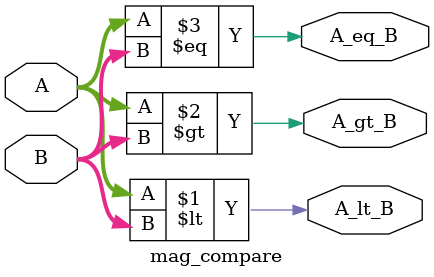
<source format=v>

module mag_compare 
( output	A_lt_B, A_eq_B, A_gt_B, 
  input [3: 0]	A, B
);
  assign A_lt_B = (A < B);
  assign A_gt_B = (A > B);
  assign A_eq_B = (A == B);
endmodule





  


</source>
